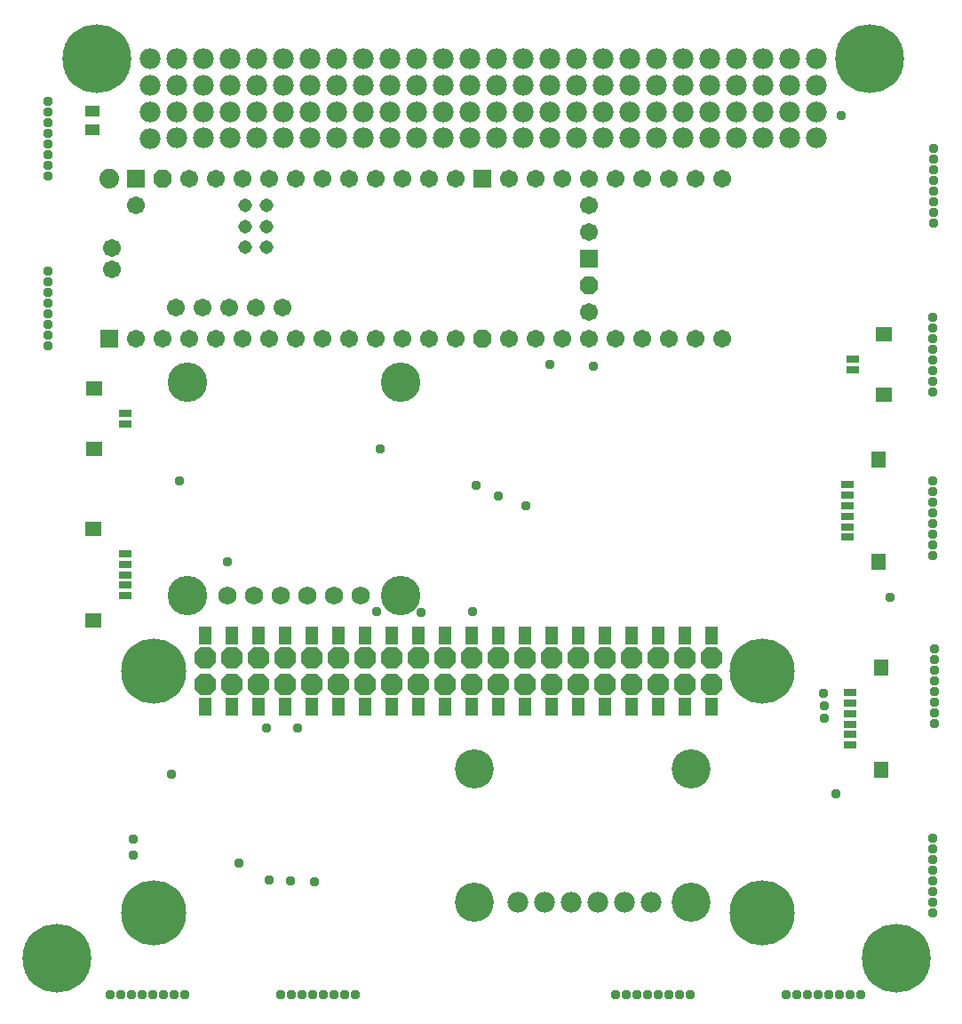
<source format=gbr>
G04 EAGLE Gerber RS-274X export*
G75*
%MOMM*%
%FSLAX34Y34*%
%LPD*%
%INSoldermask Top*%
%IPPOS*%
%AMOC8*
5,1,8,0,0,1.08239X$1,22.5*%
G01*
%ADD10C,6.553200*%
%ADD11C,1.981200*%
%ADD12R,1.403200X1.003200*%
%ADD13R,1.193800X0.762000*%
%ADD14R,1.473200X1.498600*%
%ADD15R,1.223200X1.727200*%
%ADD16C,3.759200*%
%ADD17C,1.727200*%
%ADD18R,1.711200X1.711200*%
%ADD19C,1.879600*%
%ADD20P,1.852186X8X112.500000*%
%ADD21C,1.711200*%
%ADD22C,1.311200*%
%ADD23R,1.203200X0.753200*%
%ADD24R,1.503200X1.463200*%
%ADD25P,2.249423X8X22.500000*%
%ADD26C,0.959600*%
%ADD27C,3.719200*%
%ADD28C,6.203200*%


D10*
X50800Y50800D03*
X850900Y50800D03*
X825500Y908050D03*
X88900Y908050D03*
D11*
X774700Y908050D03*
X774700Y882650D03*
X139700Y908050D03*
X139700Y882650D03*
X749300Y908050D03*
X749300Y882650D03*
X723900Y908050D03*
X723900Y882650D03*
X698500Y908050D03*
X698500Y882650D03*
X673100Y908050D03*
X673100Y882650D03*
X647700Y908050D03*
X647700Y882650D03*
X622300Y908050D03*
X622300Y882650D03*
X596900Y908050D03*
X596900Y882650D03*
X571500Y908050D03*
X571500Y882650D03*
X546100Y908050D03*
X546100Y882650D03*
X520700Y908050D03*
X520700Y882650D03*
X495300Y908050D03*
X495300Y882650D03*
X469900Y908050D03*
X469900Y882650D03*
X444500Y908050D03*
X444500Y882650D03*
X419100Y908050D03*
X419100Y882650D03*
X393700Y908050D03*
X393700Y882650D03*
X368300Y908050D03*
X368300Y882650D03*
X342900Y908050D03*
X342900Y882650D03*
X317500Y908050D03*
X317500Y882650D03*
X292100Y908050D03*
X292100Y882650D03*
X266700Y908050D03*
X266700Y882650D03*
X241300Y908050D03*
X241300Y882650D03*
X215900Y908050D03*
X215900Y882650D03*
X190500Y908050D03*
X190500Y882650D03*
X165100Y908050D03*
X165100Y882650D03*
X774700Y857250D03*
X774700Y832231D03*
X139700Y857250D03*
X139700Y831850D03*
X749300Y857250D03*
X749300Y832231D03*
X723900Y857250D03*
X723900Y832231D03*
X698500Y857250D03*
X698500Y832231D03*
X673100Y857250D03*
X673100Y832231D03*
X647700Y857250D03*
X647700Y832231D03*
X622300Y857250D03*
X622300Y832231D03*
X596900Y857250D03*
X596900Y832231D03*
X571500Y857250D03*
X571500Y832231D03*
X546100Y857250D03*
X546100Y832231D03*
X520700Y857250D03*
X520700Y832231D03*
X495300Y857250D03*
X495300Y832231D03*
X469900Y857250D03*
X469900Y832231D03*
X444500Y857250D03*
X444500Y832231D03*
X419100Y857250D03*
X419100Y832231D03*
X393700Y857250D03*
X393700Y832231D03*
X368300Y857250D03*
X368300Y832231D03*
X342900Y857250D03*
X342900Y832231D03*
X317500Y857250D03*
X317500Y832231D03*
X292100Y857250D03*
X292100Y832231D03*
X266700Y857250D03*
X266700Y832231D03*
X241300Y857250D03*
X241300Y832231D03*
X215900Y857250D03*
X215900Y832231D03*
X190500Y857250D03*
X190500Y832231D03*
X165100Y857250D03*
X165100Y832231D03*
D12*
X83890Y858040D03*
X83890Y840040D03*
D13*
X806224Y254200D03*
X806224Y264200D03*
X806224Y274200D03*
X806224Y284200D03*
X806224Y294200D03*
X806224Y304200D03*
D14*
X836124Y327950D03*
X836124Y230450D03*
D15*
X191600Y358140D03*
X217000Y358140D03*
X242400Y358140D03*
X267800Y358140D03*
X293200Y358140D03*
X318600Y358140D03*
X344000Y358140D03*
X369400Y358140D03*
X394800Y358140D03*
X420200Y358140D03*
X445600Y358140D03*
X471000Y358140D03*
X496400Y358140D03*
X521800Y358140D03*
X547200Y358140D03*
X572600Y358140D03*
X598000Y358140D03*
X623400Y358140D03*
X648800Y358140D03*
X674200Y358140D03*
X191600Y291060D03*
X217000Y291060D03*
X242400Y291060D03*
X267800Y291060D03*
X293200Y291060D03*
X318600Y291060D03*
X344000Y291060D03*
X369400Y291060D03*
X394800Y291060D03*
X420200Y291060D03*
X445600Y291060D03*
X471000Y291060D03*
X496400Y291060D03*
X521800Y291060D03*
X547200Y291060D03*
X572600Y291060D03*
X598000Y291060D03*
X623400Y291060D03*
X648800Y291060D03*
X674200Y291060D03*
D11*
X616660Y104104D03*
X591260Y104104D03*
X565860Y104104D03*
X540460Y104104D03*
X515060Y104104D03*
X489660Y104104D03*
D16*
X174800Y396300D03*
X378000Y396300D03*
X174800Y599500D03*
X378000Y599500D03*
D17*
X212900Y396300D03*
X238300Y396300D03*
X263700Y396300D03*
X289100Y396300D03*
X314500Y396300D03*
X339900Y396300D03*
D18*
X100400Y641100D03*
X557600Y717300D03*
X125800Y793500D03*
D19*
X100400Y793500D03*
D20*
X151200Y793500D03*
X557600Y691900D03*
D21*
X557600Y666500D03*
X557600Y742700D03*
X557600Y768100D03*
X430600Y793500D03*
X430600Y641100D03*
X125800Y641100D03*
X151200Y641100D03*
X176600Y641100D03*
X202000Y641100D03*
X227400Y641100D03*
X252800Y641100D03*
X278200Y641100D03*
X303600Y641100D03*
X329000Y641100D03*
X354400Y641100D03*
X379800Y641100D03*
X405200Y641100D03*
X125800Y768100D03*
X405200Y793500D03*
X379800Y793500D03*
X354400Y793500D03*
X329000Y793500D03*
X303600Y793500D03*
X278200Y793500D03*
X252800Y793500D03*
X227400Y793500D03*
X202000Y793500D03*
X176600Y793500D03*
D20*
X456000Y641100D03*
D21*
X506800Y641100D03*
X532200Y641100D03*
X557600Y641100D03*
X583000Y641100D03*
X608400Y641100D03*
X633800Y641100D03*
X659200Y641100D03*
X684600Y641100D03*
X481400Y793500D03*
X506800Y793500D03*
X532200Y793500D03*
X557600Y793500D03*
X583000Y793500D03*
X608400Y793500D03*
X633800Y793500D03*
X659200Y793500D03*
X684600Y793500D03*
X163900Y671100D03*
X189300Y671100D03*
X214700Y671100D03*
X240100Y671100D03*
X265500Y671100D03*
X481400Y641100D03*
D18*
X456000Y793500D03*
D21*
X102700Y727300D03*
X102700Y707300D03*
D22*
X230100Y768100D03*
X230100Y748100D03*
X230100Y728100D03*
X250100Y768100D03*
X250100Y748100D03*
X250100Y728100D03*
D23*
X115200Y436400D03*
X115200Y426400D03*
X115200Y416400D03*
X115200Y406400D03*
X115200Y396400D03*
D24*
X85300Y460150D03*
X85300Y372600D03*
D23*
X808700Y611700D03*
X808700Y621700D03*
D24*
X838600Y587950D03*
X838600Y645500D03*
D23*
X115600Y570000D03*
X115600Y560000D03*
D24*
X85700Y593750D03*
X85700Y536200D03*
D25*
X191600Y311900D03*
X191600Y337300D03*
X217000Y311900D03*
X217000Y337300D03*
X242400Y311900D03*
X242400Y337300D03*
X267800Y311900D03*
X267800Y337300D03*
X293200Y311900D03*
X293200Y337300D03*
X318600Y311900D03*
X318600Y337300D03*
X344000Y311900D03*
X344000Y337300D03*
X369400Y311900D03*
X369400Y337300D03*
X394800Y311900D03*
X394800Y337300D03*
X420200Y311900D03*
X420200Y337300D03*
X445600Y311900D03*
X445600Y337300D03*
X471000Y311900D03*
X471000Y337300D03*
X496400Y311900D03*
X496400Y337300D03*
X521800Y311900D03*
X521800Y337300D03*
X547200Y311900D03*
X547200Y337300D03*
X572600Y311900D03*
X572600Y337300D03*
X598000Y311900D03*
X598000Y337300D03*
X623400Y311900D03*
X623400Y337300D03*
X648800Y311900D03*
X648800Y337300D03*
X674200Y311900D03*
X674200Y337300D03*
D13*
X803624Y452100D03*
X803624Y462100D03*
X803624Y472100D03*
X803624Y482100D03*
X803624Y492100D03*
X803624Y502100D03*
D14*
X833524Y525850D03*
X833524Y428350D03*
D26*
X101600Y16510D03*
X121920Y16510D03*
X132080Y16510D03*
X142240Y16510D03*
X152400Y16510D03*
X162560Y16510D03*
X172720Y16510D03*
X111760Y16510D03*
X264160Y16510D03*
X274320Y16510D03*
X284480Y16510D03*
X294640Y16510D03*
X304800Y16510D03*
X314960Y16510D03*
X325120Y16510D03*
X335280Y16510D03*
X41656Y796544D03*
X41656Y816864D03*
X41656Y827024D03*
X41656Y837184D03*
X41656Y847344D03*
X41656Y857504D03*
X41656Y867664D03*
X41656Y806704D03*
X41656Y634492D03*
X41656Y654812D03*
X41656Y664972D03*
X41656Y675132D03*
X41656Y685292D03*
X41656Y695452D03*
X41656Y705612D03*
X41656Y644652D03*
X582930Y16510D03*
X603250Y16510D03*
X613410Y16510D03*
X623570Y16510D03*
X633730Y16510D03*
X643890Y16510D03*
X654050Y16510D03*
X593090Y16510D03*
X745490Y16510D03*
X755650Y16510D03*
X765810Y16510D03*
X775970Y16510D03*
X786130Y16510D03*
X796290Y16510D03*
X806450Y16510D03*
X816610Y16510D03*
X885190Y94234D03*
X885190Y114554D03*
X885190Y124714D03*
X885190Y134874D03*
X885190Y145034D03*
X885190Y155194D03*
X885190Y165354D03*
X885190Y104394D03*
X886206Y751332D03*
X886206Y771652D03*
X886206Y781812D03*
X886206Y791972D03*
X886206Y802132D03*
X886206Y812292D03*
X886206Y822452D03*
X886206Y761492D03*
X798000Y854000D03*
X295600Y124000D03*
X272900Y124500D03*
X561700Y615300D03*
X224000Y142100D03*
X358200Y535900D03*
X250300Y270800D03*
X123100Y164600D03*
X280000Y270700D03*
X123100Y149100D03*
X449600Y501700D03*
X471200Y491500D03*
X497000Y482100D03*
X354800Y381200D03*
X782100Y279500D03*
X397500Y380900D03*
X781900Y291200D03*
X446500Y381500D03*
X781300Y303100D03*
X213100Y429100D03*
X844200Y395200D03*
X252500Y125900D03*
X520500Y616800D03*
X159500Y226700D03*
D27*
X448640Y231100D03*
X654760Y104104D03*
X654760Y231104D03*
X448640Y104104D03*
D26*
X793200Y207400D03*
X167500Y506200D03*
X886590Y274934D03*
X886590Y295254D03*
X886590Y305414D03*
X886590Y315574D03*
X886590Y325734D03*
X886590Y335894D03*
X886590Y346054D03*
X886590Y285094D03*
X885490Y590834D03*
X885490Y611154D03*
X885490Y621314D03*
X885490Y631474D03*
X885490Y641634D03*
X885490Y651794D03*
X885490Y661954D03*
X885490Y600994D03*
X885190Y434634D03*
X885190Y454954D03*
X885190Y465114D03*
X885190Y475274D03*
X885190Y485434D03*
X885190Y495594D03*
X885190Y505754D03*
X885190Y444794D03*
D28*
X142600Y324700D03*
X722600Y324600D03*
X722600Y94600D03*
X142600Y94600D03*
M02*

</source>
